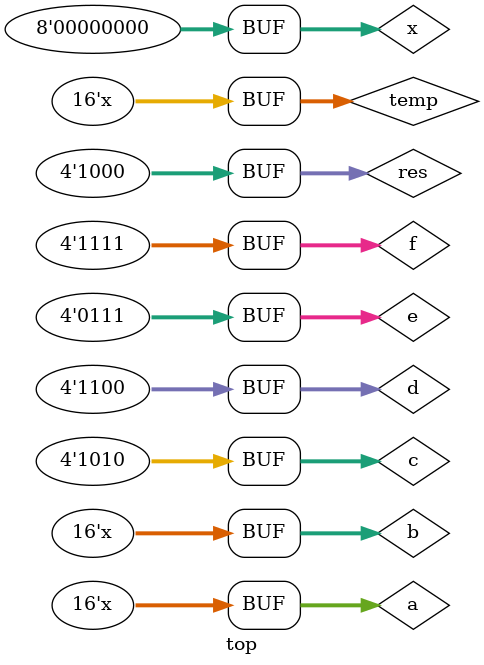
<source format=v>
`timescale 1ns / 1ps

module top();

reg [15:0] a = 16'd3, b = 16'd4;
reg [15:0] temp = 16'd0;

reg [3:0] c = 4'd10, d = 4'd12;
wire [7:0] x = 8'd0;

reg [3:0] e = 4'h7, f = 4'hf;
reg [3:0] res = 4'h0;

//assign x = c + d;
// with temp register
always@(a, b)
begin

temp = a;
a = b;
b = temp;
#1
$display("Value of a is: %0d, value of b is %0d", a, b);

end

// without temp register

always@(a, b)
begin

a <= b;
b <= a;
#1
$display("Value of a is: %0d, value of b is %0d", a, b);

end

always@(e,f)
begin

res = e ^ f;
$display("Value of res is %0h", res);

end


endmodule

</source>
